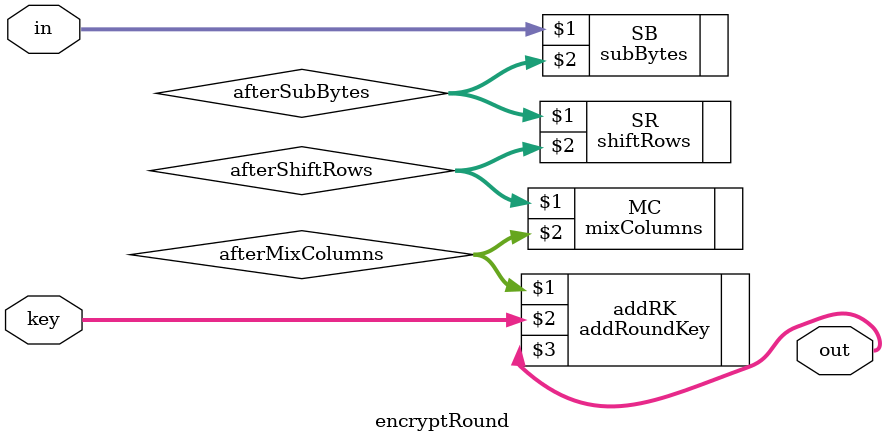
<source format=v>
module encryptRound(in, key, out);
input [127:0] in;
output [127:0] out;
input [127:0] key;
wire [127:0] afterSubBytes;
wire [127:0] afterShiftRows;
wire [127:0] afterMixColumns;
wire [127:0] afterAddroundKey;

subBytes SB(in, afterSubBytes);
shiftRows SR(afterSubBytes, afterShiftRows);
mixColumns MC(afterShiftRows, afterMixColumns);
addRoundKey addRK(afterMixColumns, key, out);
		
endmodule
</source>
